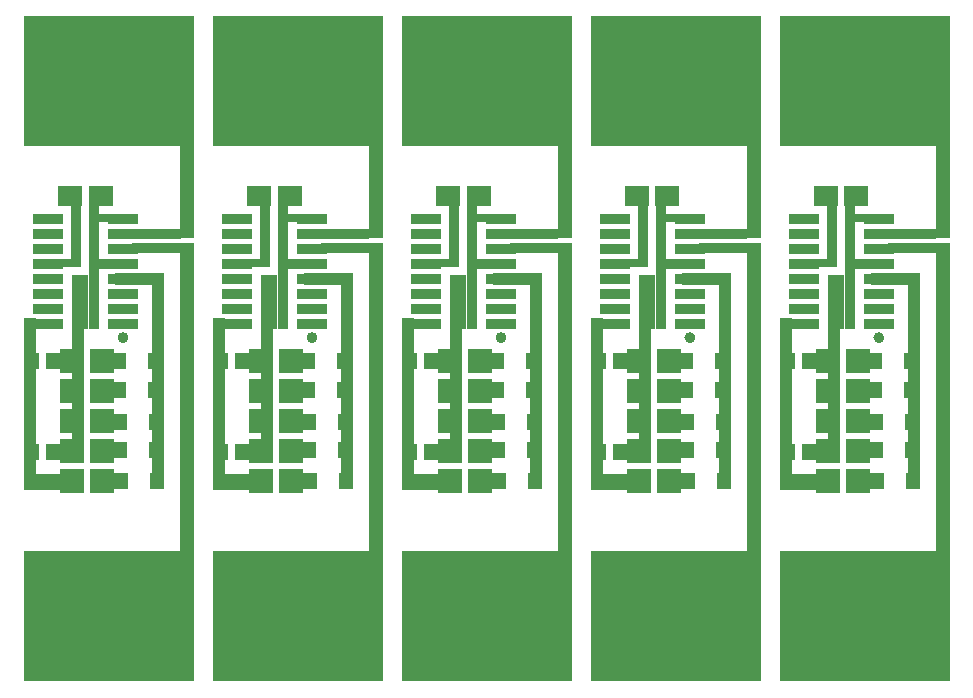
<source format=gtl>
G04 Layer_Physical_Order=1*
G04 Layer_Color=255*
%FSLAX44Y44*%
%MOMM*%
G71*
G01*
G75*
%ADD10C,0.5000*%
%ADD11R,1.2000X1.4000*%
%ADD12R,2.5000X0.9000*%
%ADD13R,14.4500X11.0500*%
%ADD14R,14.5000X11.0000*%
%ADD15R,2.4500X1.3500*%
%ADD16R,1.0000X14.5500*%
%ADD17R,0.4000X4.6000*%
%ADD18R,1.0500X15.9000*%
%ADD19R,1.6000X0.8000*%
%ADD20R,1.3000X0.9000*%
%ADD21R,0.9000X11.1000*%
%ADD22R,1.0000X0.8000*%
%ADD23R,0.9000X6.9000*%
%ADD24R,3.4000X1.0000*%
%ADD25R,1.1000X18.3500*%
%ADD26R,4.2000X0.9000*%
%ADD27R,2.0000X1.8000*%
%ADD28R,4.8000X0.9000*%
%ADD29R,1.2000X8.9000*%
%ADD30R,1.1500X28.8000*%
%ADD31R,2.0000X2.0000*%
D10*
X971621Y645000D02*
G03*
X971621Y645000I-2121J0D01*
G01*
X1131621D02*
G03*
X1131621Y645000I-2121J0D01*
G01*
X1291621D02*
G03*
X1291621Y645000I-2121J0D01*
G01*
X1451621D02*
G03*
X1451621Y645000I-2121J0D01*
G01*
X1611621D02*
G03*
X1611621Y645000I-2121J0D01*
G01*
D11*
X892500Y548500D02*
D03*
X910500D02*
D03*
X967760Y523500D02*
D03*
X998240D02*
D03*
X997740Y549500D02*
D03*
X997240Y574000D02*
D03*
X996740Y600500D02*
D03*
Y625500D02*
D03*
X966260D02*
D03*
Y600500D02*
D03*
X966760Y574000D02*
D03*
X967260Y549500D02*
D03*
X910500Y625000D02*
D03*
X892500D02*
D03*
X946500Y767000D02*
D03*
X928500D02*
D03*
X1052500Y625000D02*
D03*
X1070500D02*
D03*
X1126260Y600500D02*
D03*
X1126760Y574000D02*
D03*
X1127260Y549500D02*
D03*
X1127760Y523500D02*
D03*
X1158240D02*
D03*
X1157740Y549500D02*
D03*
X1157240Y574000D02*
D03*
X1156740Y600500D02*
D03*
Y625500D02*
D03*
X1126260D02*
D03*
X1070500Y548500D02*
D03*
X1052500D02*
D03*
X1212500D02*
D03*
X1230500D02*
D03*
X1287760Y523500D02*
D03*
X1318240D02*
D03*
X1317740Y549500D02*
D03*
X1317240Y574000D02*
D03*
X1316740Y600500D02*
D03*
Y625500D02*
D03*
X1286260D02*
D03*
Y600500D02*
D03*
X1286760Y574000D02*
D03*
X1287260Y549500D02*
D03*
X1230500Y625000D02*
D03*
X1212500D02*
D03*
X1248500Y767000D02*
D03*
X1266500D02*
D03*
X1372500Y625000D02*
D03*
X1390500D02*
D03*
Y548500D02*
D03*
X1372500D02*
D03*
X1447760Y523500D02*
D03*
X1478240D02*
D03*
X1532500Y548500D02*
D03*
X1550500D02*
D03*
X1607760Y523500D02*
D03*
X1638240D02*
D03*
X1637740Y549500D02*
D03*
X1637240Y574000D02*
D03*
X1636740Y600500D02*
D03*
Y625500D02*
D03*
X1606260D02*
D03*
Y600500D02*
D03*
X1606760Y574000D02*
D03*
X1607260Y549500D02*
D03*
X1550500Y625000D02*
D03*
X1532500D02*
D03*
X1476740Y625500D02*
D03*
Y600500D02*
D03*
X1477240Y574000D02*
D03*
X1477740Y549500D02*
D03*
X1446760Y574000D02*
D03*
X1446260Y600500D02*
D03*
X1447260Y549500D02*
D03*
X1446260Y625500D02*
D03*
X1586500Y767000D02*
D03*
X1568500D02*
D03*
X1426500D02*
D03*
X1408500D02*
D03*
X1106500D02*
D03*
X1088500D02*
D03*
D12*
X906370Y656950D02*
D03*
Y669650D02*
D03*
Y682350D02*
D03*
Y695050D02*
D03*
Y707750D02*
D03*
Y720450D02*
D03*
Y733150D02*
D03*
Y745850D02*
D03*
X969630Y695050D02*
D03*
Y682350D02*
D03*
Y669650D02*
D03*
Y656950D02*
D03*
X1066370D02*
D03*
Y669650D02*
D03*
Y682350D02*
D03*
Y695050D02*
D03*
Y707750D02*
D03*
Y720450D02*
D03*
Y733150D02*
D03*
Y745850D02*
D03*
X1129630Y695050D02*
D03*
Y682350D02*
D03*
Y669650D02*
D03*
Y656950D02*
D03*
Y707750D02*
D03*
Y720450D02*
D03*
Y733150D02*
D03*
Y745850D02*
D03*
X1226370Y656950D02*
D03*
Y669650D02*
D03*
Y682350D02*
D03*
Y695050D02*
D03*
Y707750D02*
D03*
Y720450D02*
D03*
Y733150D02*
D03*
Y745850D02*
D03*
X1289630Y695050D02*
D03*
Y682350D02*
D03*
Y669650D02*
D03*
Y656950D02*
D03*
Y707750D02*
D03*
Y720450D02*
D03*
Y733150D02*
D03*
Y745850D02*
D03*
X1386370Y656950D02*
D03*
Y669650D02*
D03*
Y682350D02*
D03*
Y695050D02*
D03*
Y707750D02*
D03*
Y720450D02*
D03*
Y733150D02*
D03*
Y745850D02*
D03*
X1449630Y695050D02*
D03*
Y682350D02*
D03*
Y669650D02*
D03*
Y656950D02*
D03*
Y707750D02*
D03*
Y720450D02*
D03*
Y733150D02*
D03*
Y745850D02*
D03*
X1546370Y656950D02*
D03*
Y669650D02*
D03*
Y682350D02*
D03*
Y695050D02*
D03*
Y707750D02*
D03*
Y720450D02*
D03*
Y733150D02*
D03*
Y745850D02*
D03*
X1609630Y695050D02*
D03*
Y682350D02*
D03*
Y669650D02*
D03*
Y656950D02*
D03*
Y707750D02*
D03*
Y720450D02*
D03*
Y733150D02*
D03*
Y745850D02*
D03*
X969630D02*
D03*
Y733150D02*
D03*
Y720450D02*
D03*
Y707750D02*
D03*
D13*
X957750Y409250D02*
D03*
X1117750D02*
D03*
X1277750D02*
D03*
X1437750D02*
D03*
X1597750D02*
D03*
D14*
X957500Y862000D02*
D03*
X1117500D02*
D03*
X1277500D02*
D03*
X1437500D02*
D03*
X1597500D02*
D03*
D15*
X907750Y522750D02*
D03*
X1067750D02*
D03*
X1227750D02*
D03*
X1387750D02*
D03*
X1547750D02*
D03*
D16*
X890500Y588750D02*
D03*
X1050500D02*
D03*
X1210500D02*
D03*
X1370500D02*
D03*
X1530500D02*
D03*
D17*
X938500Y675000D02*
D03*
X1098500D02*
D03*
X1258500D02*
D03*
X1418500D02*
D03*
X1578500D02*
D03*
D18*
X931250Y618500D02*
D03*
X1091250D02*
D03*
X1251250D02*
D03*
X1411250D02*
D03*
X1571250D02*
D03*
D19*
X951500Y746000D02*
D03*
X1111500D02*
D03*
X1271500D02*
D03*
X1431500D02*
D03*
X1591500D02*
D03*
D20*
X952000Y707500D02*
D03*
X1112000D02*
D03*
X1272000D02*
D03*
X1432000D02*
D03*
X1592000D02*
D03*
D21*
X945000Y707500D02*
D03*
X1105000D02*
D03*
X1265000D02*
D03*
X1425000D02*
D03*
X1585000D02*
D03*
D22*
X920500Y708000D02*
D03*
X1080500D02*
D03*
X1240500D02*
D03*
X1400500D02*
D03*
X1560500D02*
D03*
D23*
X930000Y738500D02*
D03*
X1090000D02*
D03*
X1250000D02*
D03*
X1410000D02*
D03*
X1570000D02*
D03*
D24*
X979500Y695000D02*
D03*
X1139500D02*
D03*
X1299500D02*
D03*
X1459500D02*
D03*
X1619500D02*
D03*
D25*
X999000Y608250D02*
D03*
X1159000D02*
D03*
X1319000D02*
D03*
X1479000D02*
D03*
X1639000D02*
D03*
D26*
X998500Y720500D02*
D03*
X1158500D02*
D03*
X1318500D02*
D03*
X1478500D02*
D03*
X1638500D02*
D03*
D27*
X924500Y765000D02*
D03*
X950500D02*
D03*
X1084500D02*
D03*
X1110500D02*
D03*
X1244500D02*
D03*
X1270500D02*
D03*
X1404500D02*
D03*
X1430500D02*
D03*
X1564500D02*
D03*
X1590500D02*
D03*
D28*
X994500Y733000D02*
D03*
X1154500D02*
D03*
X1314500D02*
D03*
X1474500D02*
D03*
X1634500D02*
D03*
D29*
X1023500Y773000D02*
D03*
X1183500D02*
D03*
X1343500D02*
D03*
X1503500D02*
D03*
X1663500D02*
D03*
D30*
X1023750Y581000D02*
D03*
X1183750D02*
D03*
X1343750D02*
D03*
X1503750D02*
D03*
X1663750D02*
D03*
D31*
X926500Y523500D02*
D03*
X951900D02*
D03*
Y548900D02*
D03*
Y574300D02*
D03*
Y599700D02*
D03*
Y625100D02*
D03*
X926500D02*
D03*
Y599700D02*
D03*
Y574300D02*
D03*
Y548900D02*
D03*
X1086500Y523500D02*
D03*
X1111900D02*
D03*
Y548900D02*
D03*
Y574300D02*
D03*
Y599700D02*
D03*
Y625100D02*
D03*
X1086500D02*
D03*
Y599700D02*
D03*
Y574300D02*
D03*
Y548900D02*
D03*
X1246500Y523500D02*
D03*
X1271900D02*
D03*
Y548900D02*
D03*
Y574300D02*
D03*
Y599700D02*
D03*
Y625100D02*
D03*
X1246500D02*
D03*
Y599700D02*
D03*
Y574300D02*
D03*
Y548900D02*
D03*
X1406500Y523500D02*
D03*
X1431900D02*
D03*
Y548900D02*
D03*
X1406500D02*
D03*
Y574300D02*
D03*
X1431900D02*
D03*
Y599700D02*
D03*
X1406500D02*
D03*
Y625100D02*
D03*
X1431900D02*
D03*
X1566500Y523500D02*
D03*
X1591900D02*
D03*
Y548900D02*
D03*
Y574300D02*
D03*
Y599700D02*
D03*
Y625100D02*
D03*
X1566500D02*
D03*
Y599700D02*
D03*
Y574300D02*
D03*
Y548900D02*
D03*
M02*

</source>
